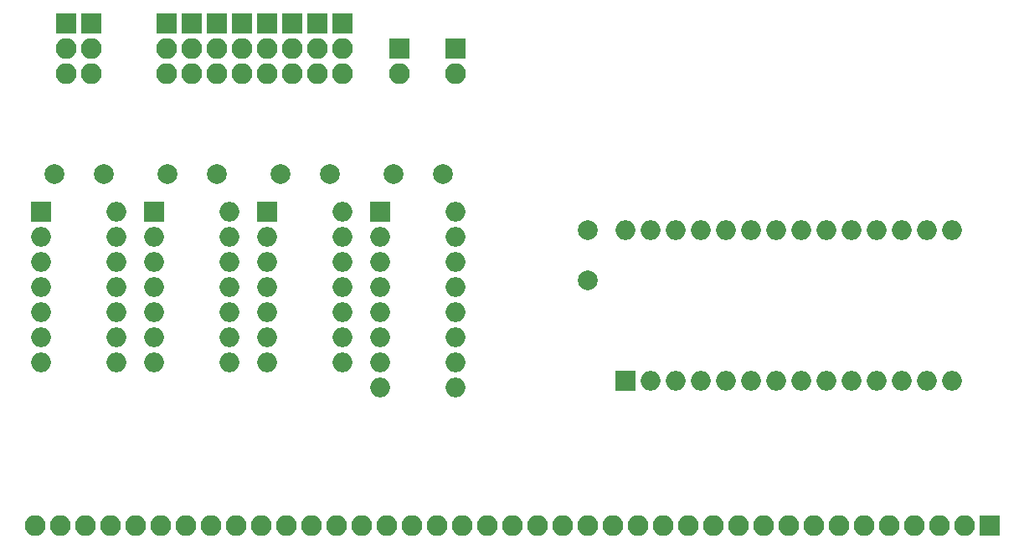
<source format=gbs>
G04 #@! TF.FileFunction,Soldermask,Bot*
%FSLAX46Y46*%
G04 Gerber Fmt 4.6, Leading zero omitted, Abs format (unit mm)*
G04 Created by KiCad (PCBNEW 4.0.7) date 12/22/18 18:54:53*
%MOMM*%
%LPD*%
G01*
G04 APERTURE LIST*
%ADD10C,0.100000*%
%ADD11R,2.000000X2.000000*%
%ADD12O,2.000000X2.000000*%
%ADD13C,2.000000*%
%ADD14R,2.100000X2.100000*%
%ADD15O,2.100000X2.100000*%
G04 APERTURE END LIST*
D10*
D11*
X149860000Y-133985000D03*
D12*
X182880000Y-118745000D03*
X152400000Y-133985000D03*
X180340000Y-118745000D03*
X154940000Y-133985000D03*
X177800000Y-118745000D03*
X157480000Y-133985000D03*
X175260000Y-118745000D03*
X160020000Y-133985000D03*
X172720000Y-118745000D03*
X162560000Y-133985000D03*
X170180000Y-118745000D03*
X165100000Y-133985000D03*
X167640000Y-118745000D03*
X167640000Y-133985000D03*
X165100000Y-118745000D03*
X170180000Y-133985000D03*
X162560000Y-118745000D03*
X172720000Y-133985000D03*
X160020000Y-118745000D03*
X175260000Y-133985000D03*
X157480000Y-118745000D03*
X177800000Y-133985000D03*
X154940000Y-118745000D03*
X180340000Y-133985000D03*
X152400000Y-118745000D03*
X182880000Y-133985000D03*
X149860000Y-118745000D03*
D13*
X131445000Y-113030000D03*
X126445000Y-113030000D03*
X120015000Y-113030000D03*
X115015000Y-113030000D03*
X146050000Y-118745000D03*
X146050000Y-123745000D03*
X108585000Y-113030000D03*
X103585000Y-113030000D03*
D14*
X186690000Y-148590000D03*
D15*
X184150000Y-148590000D03*
X181610000Y-148590000D03*
X179070000Y-148590000D03*
X176530000Y-148590000D03*
X173990000Y-148590000D03*
X171450000Y-148590000D03*
X168910000Y-148590000D03*
X166370000Y-148590000D03*
X163830000Y-148590000D03*
X161290000Y-148590000D03*
X158750000Y-148590000D03*
X156210000Y-148590000D03*
X153670000Y-148590000D03*
X151130000Y-148590000D03*
X148590000Y-148590000D03*
X146050000Y-148590000D03*
X143510000Y-148590000D03*
X140970000Y-148590000D03*
X138430000Y-148590000D03*
X135890000Y-148590000D03*
X133350000Y-148590000D03*
X130810000Y-148590000D03*
X128270000Y-148590000D03*
X125730000Y-148590000D03*
X123190000Y-148590000D03*
X120650000Y-148590000D03*
X118110000Y-148590000D03*
X115570000Y-148590000D03*
X113030000Y-148590000D03*
X110490000Y-148590000D03*
X107950000Y-148590000D03*
X105410000Y-148590000D03*
X102870000Y-148590000D03*
X100330000Y-148590000D03*
X97790000Y-148590000D03*
X95250000Y-148590000D03*
X92710000Y-148590000D03*
X90170000Y-148590000D03*
D14*
X127000000Y-100330000D03*
D15*
X127000000Y-102870000D03*
D14*
X132715000Y-100330000D03*
D15*
X132715000Y-102870000D03*
D14*
X103505000Y-97790000D03*
D15*
X103505000Y-100330000D03*
X103505000Y-102870000D03*
D14*
X106045000Y-97790000D03*
D15*
X106045000Y-100330000D03*
X106045000Y-102870000D03*
D14*
X108585000Y-97790000D03*
D15*
X108585000Y-100330000D03*
X108585000Y-102870000D03*
D14*
X111125000Y-97790000D03*
D15*
X111125000Y-100330000D03*
X111125000Y-102870000D03*
D14*
X113665000Y-97790000D03*
D15*
X113665000Y-100330000D03*
X113665000Y-102870000D03*
D14*
X116205000Y-97790000D03*
D15*
X116205000Y-100330000D03*
X116205000Y-102870000D03*
D14*
X95885000Y-97790000D03*
D15*
X95885000Y-100330000D03*
X95885000Y-102870000D03*
D14*
X118745000Y-97790000D03*
D15*
X118745000Y-100330000D03*
X118745000Y-102870000D03*
D14*
X121285000Y-97790000D03*
D15*
X121285000Y-100330000D03*
X121285000Y-102870000D03*
D11*
X125095000Y-116840000D03*
D12*
X132715000Y-134620000D03*
X125095000Y-119380000D03*
X132715000Y-132080000D03*
X125095000Y-121920000D03*
X132715000Y-129540000D03*
X125095000Y-124460000D03*
X132715000Y-127000000D03*
X125095000Y-127000000D03*
X132715000Y-124460000D03*
X125095000Y-129540000D03*
X132715000Y-121920000D03*
X125095000Y-132080000D03*
X132715000Y-119380000D03*
X125095000Y-134620000D03*
X132715000Y-116840000D03*
D11*
X113665000Y-116840000D03*
D12*
X121285000Y-132080000D03*
X113665000Y-119380000D03*
X121285000Y-129540000D03*
X113665000Y-121920000D03*
X121285000Y-127000000D03*
X113665000Y-124460000D03*
X121285000Y-124460000D03*
X113665000Y-127000000D03*
X121285000Y-121920000D03*
X113665000Y-129540000D03*
X121285000Y-119380000D03*
X113665000Y-132080000D03*
X121285000Y-116840000D03*
D11*
X102235000Y-116840000D03*
D12*
X109855000Y-132080000D03*
X102235000Y-119380000D03*
X109855000Y-129540000D03*
X102235000Y-121920000D03*
X109855000Y-127000000D03*
X102235000Y-124460000D03*
X109855000Y-124460000D03*
X102235000Y-127000000D03*
X109855000Y-121920000D03*
X102235000Y-129540000D03*
X109855000Y-119380000D03*
X102235000Y-132080000D03*
X109855000Y-116840000D03*
D11*
X90805000Y-116840000D03*
D12*
X98425000Y-132080000D03*
X90805000Y-119380000D03*
X98425000Y-129540000D03*
X90805000Y-121920000D03*
X98425000Y-127000000D03*
X90805000Y-124460000D03*
X98425000Y-124460000D03*
X90805000Y-127000000D03*
X98425000Y-121920000D03*
X90805000Y-129540000D03*
X98425000Y-119380000D03*
X90805000Y-132080000D03*
X98425000Y-116840000D03*
D13*
X97155000Y-113030000D03*
X92155000Y-113030000D03*
D14*
X93345000Y-97790000D03*
D15*
X93345000Y-100330000D03*
X93345000Y-102870000D03*
M02*

</source>
